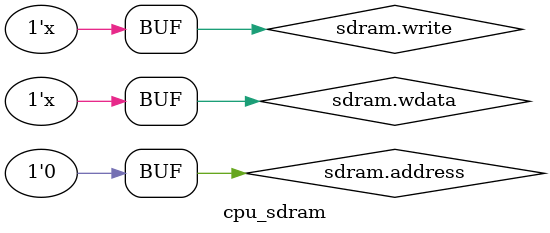
<source format=sv>
interface if_sdram ();

    logic request;
    logic ack;
    logic write;
    logic [31:0] address;
    logic [15:0] rdata;
    logic [15:0] wdata;

    modport cpu (
        output request,
        input ack,
        output write,
        output address,
        input rdata,
        output wdata
    );

    modport memory (
        input request,
        output ack,
        input write,
        input address,
        output rdata,
        input wdata
    );

endinterface


module cpu_sdram (
    if_system.sys sys,
    if_cpu_bus bus,
    if_sdram.cpu sdram
);

    logic request;
    logic current_word;
    logic [31:0] rdata;

    always_comb begin
        bus.rdata = 32'd0;
        if (bus.ack) begin
            bus.rdata = {rdata[7:0], rdata[15:8], rdata[23:16], rdata[31:24]};
        end

        sdram.write = current_word ? &bus.wmask[1:0] : &bus.wmask[3:2];
        sdram.address = {1'b0, bus.address[30:2], current_word, 1'b0};
        sdram.wdata = current_word ? {bus.wdata[23:16], bus.wdata[31:24]} : {bus.wdata[7:0], bus.wdata[15:8]};
    end

    always_ff @(posedge sys.clk) begin
        bus.ack <= 1'b0;

        if (sys.reset) begin
            sdram.request <= 1'b0;
        end else begin
            if (bus.request) begin
                sdram.request <= 1'b1;
                current_word <= 1'b0;
            end

            if (sdram.ack) begin
                if (!current_word) begin
                    current_word <= 1'b1;
                    rdata[31:16] <= sdram.rdata;
                end else begin
                    bus.ack <= 1'b1;
                    sdram.request <= 1'b0;
                    rdata[15:0] <= sdram.rdata;
                end
            end
        end
    end

endmodule

</source>
